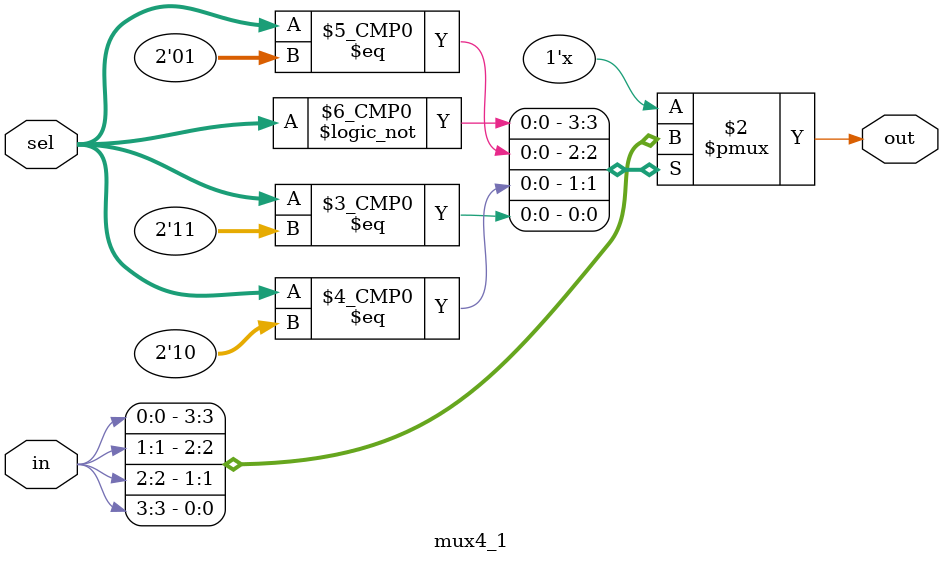
<source format=v>
`timescale 1ns / 1ps

module MUX16x1 (A,S,out);
input [15:0] A;
input [3:0] S ;
output out;

wire [3:0] k;

mux4_1 M1(A[3:0],S[1:0],k[0]);
mux4_1 M2(A[7:4],S[1:0],k[1]);
mux4_1 M3(A[11:8],S[1:0],k[2]);
mux4_1 M4(A[15:12],S[1:0],k[3]);
mux4_1 M5(k[3:0],S[3:2],out);

endmodule
module mux4_1(in,sel,out);
input [3:0] in;
input [1:0] sel;
output reg out;

always @ (*)
begin
    case(sel)
    2'b00:out=in[0];
    2'b01:out=in[1];
    2'b10:out=in[2];
    2'b11:out=in[3];
endcase
end
endmodule
</source>
